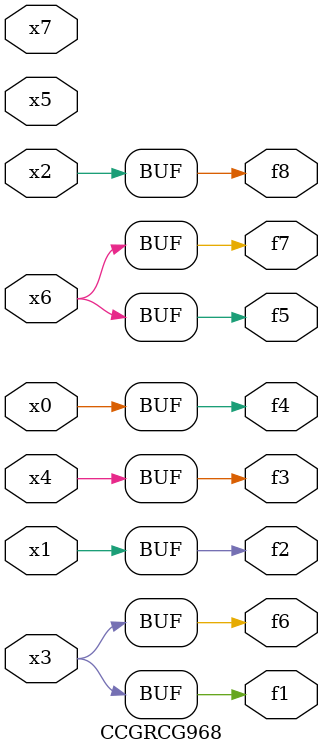
<source format=v>
module CCGRCG968(
	input x0, x1, x2, x3, x4, x5, x6, x7,
	output f1, f2, f3, f4, f5, f6, f7, f8
);
	assign f1 = x3;
	assign f2 = x1;
	assign f3 = x4;
	assign f4 = x0;
	assign f5 = x6;
	assign f6 = x3;
	assign f7 = x6;
	assign f8 = x2;
endmodule

</source>
